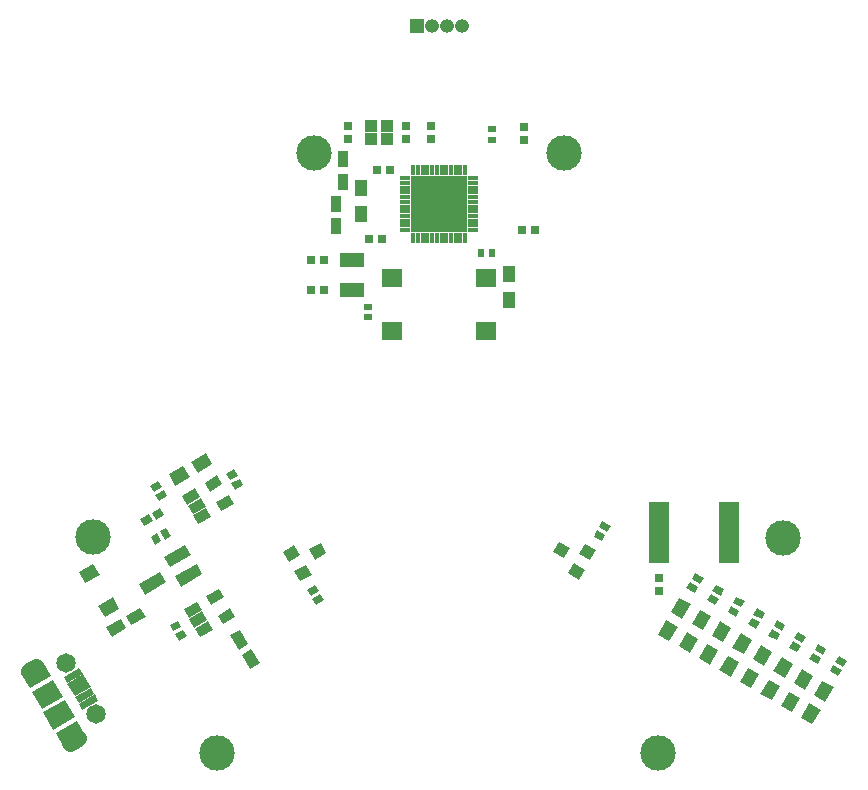
<source format=gts>
G04 #@! TF.FileFunction,Soldermask,Top*
%FSLAX46Y46*%
G04 Gerber Fmt 4.6, Leading zero omitted, Abs format (unit mm)*
G04 Created by KiCad (PCBNEW 4.0.7) date 2018 May 15, Tuesday 19:27:55*
%MOMM*%
%LPD*%
G01*
G04 APERTURE LIST*
%ADD10C,0.100000*%
%ADD11C,3.000000*%
%ADD12R,0.700000X0.800000*%
%ADD13R,0.800000X0.700000*%
%ADD14R,0.950000X1.400000*%
%ADD15R,0.800000X0.600000*%
%ADD16R,1.750000X1.500000*%
%ADD17R,0.880000X0.450000*%
%ADD18R,0.450000X0.880000*%
%ADD19R,4.860000X4.860000*%
%ADD20R,1.700000X0.650000*%
%ADD21R,2.000000X1.200000*%
%ADD22R,1.100000X1.000000*%
%ADD23R,1.100000X1.400000*%
%ADD24R,0.600000X0.800000*%
%ADD25R,1.200000X1.200000*%
%ADD26O,1.200000X1.200000*%
%ADD27C,1.650000*%
%ADD28C,1.400000*%
G04 APERTURE END LIST*
D10*
D11*
X125441680Y-46029880D03*
X146551680Y-46029880D03*
X154552500Y-96830898D03*
X165107500Y-78549102D03*
D12*
X143164560Y-44911100D03*
X143164560Y-43811100D03*
D13*
X130710000Y-47460000D03*
X131810000Y-47460000D03*
D14*
X127297180Y-50291960D03*
X127297180Y-52191960D03*
D13*
X131189820Y-53276500D03*
X130089820Y-53276500D03*
D12*
X135290000Y-44810000D03*
X135290000Y-43710000D03*
D14*
X127850000Y-46510000D03*
X127850000Y-48410000D03*
D13*
X126234280Y-55074820D03*
X125134280Y-55074820D03*
D12*
X133170000Y-43700000D03*
X133170000Y-44800000D03*
D13*
X126244440Y-57564020D03*
X125144440Y-57564020D03*
D12*
X128300000Y-44800000D03*
X128300000Y-43700000D03*
D10*
G36*
X108896758Y-84577696D02*
X107684322Y-85277696D01*
X107134322Y-84325068D01*
X108346758Y-83625068D01*
X108896758Y-84577696D01*
X108896758Y-84577696D01*
G37*
G36*
X107246758Y-81719812D02*
X106034322Y-82419812D01*
X105484322Y-81467184D01*
X106696758Y-80767184D01*
X107246758Y-81719812D01*
X107246758Y-81719812D01*
G37*
G36*
X155484054Y-87315006D02*
X154531426Y-86765006D01*
X155231426Y-85552570D01*
X156184054Y-86102570D01*
X155484054Y-87315006D01*
X155484054Y-87315006D01*
G37*
G36*
X156584054Y-85409750D02*
X155631426Y-84859750D01*
X156331426Y-83647314D01*
X157284054Y-84197314D01*
X156584054Y-85409750D01*
X156584054Y-85409750D01*
G37*
G36*
X157220054Y-88310814D02*
X156267426Y-87760814D01*
X156967426Y-86548378D01*
X157920054Y-87098378D01*
X157220054Y-88310814D01*
X157220054Y-88310814D01*
G37*
G36*
X158320054Y-86405558D02*
X157367426Y-85855558D01*
X158067426Y-84643122D01*
X159020054Y-85193122D01*
X158320054Y-86405558D01*
X158320054Y-86405558D01*
G37*
G36*
X158947254Y-89321734D02*
X157994626Y-88771734D01*
X158694626Y-87559298D01*
X159647254Y-88109298D01*
X158947254Y-89321734D01*
X158947254Y-89321734D01*
G37*
G36*
X160047254Y-87416478D02*
X159094626Y-86866478D01*
X159794626Y-85654042D01*
X160747254Y-86204042D01*
X160047254Y-87416478D01*
X160047254Y-87416478D01*
G37*
G36*
X160678354Y-90327446D02*
X159725726Y-89777446D01*
X160425726Y-88565010D01*
X161378354Y-89115010D01*
X160678354Y-90327446D01*
X160678354Y-90327446D01*
G37*
G36*
X161778354Y-88422190D02*
X160825726Y-87872190D01*
X161525726Y-86659754D01*
X162478354Y-87209754D01*
X161778354Y-88422190D01*
X161778354Y-88422190D01*
G37*
G36*
X162408094Y-91328206D02*
X161455466Y-90778206D01*
X162155466Y-89565770D01*
X163108094Y-90115770D01*
X162408094Y-91328206D01*
X162408094Y-91328206D01*
G37*
G36*
X163508094Y-89422950D02*
X162555466Y-88872950D01*
X163255466Y-87660514D01*
X164208094Y-88210514D01*
X163508094Y-89422950D01*
X163508094Y-89422950D01*
G37*
G36*
X164147994Y-92346746D02*
X163195366Y-91796746D01*
X163895366Y-90584310D01*
X164847994Y-91134310D01*
X164147994Y-92346746D01*
X164147994Y-92346746D01*
G37*
G36*
X165247994Y-90441490D02*
X164295366Y-89891490D01*
X164995366Y-88679054D01*
X165947994Y-89229054D01*
X165247994Y-90441490D01*
X165247994Y-90441490D01*
G37*
G36*
X165875194Y-93352846D02*
X164922566Y-92802846D01*
X165622566Y-91590410D01*
X166575194Y-92140410D01*
X165875194Y-93352846D01*
X165875194Y-93352846D01*
G37*
G36*
X166975194Y-91447590D02*
X166022566Y-90897590D01*
X166722566Y-89685154D01*
X167675194Y-90235154D01*
X166975194Y-91447590D01*
X166975194Y-91447590D01*
G37*
G36*
X167605754Y-94352846D02*
X166653126Y-93802846D01*
X167353126Y-92590410D01*
X168305754Y-93140410D01*
X167605754Y-94352846D01*
X167605754Y-94352846D01*
G37*
G36*
X168705754Y-92447590D02*
X167753126Y-91897590D01*
X168453126Y-90685154D01*
X169405754Y-91235154D01*
X168705754Y-92447590D01*
X168705754Y-92447590D01*
G37*
D15*
X140502640Y-43951740D03*
X140502640Y-44851740D03*
D10*
G36*
X115458365Y-80789711D02*
X115958365Y-81655737D01*
X114139711Y-82705737D01*
X113639711Y-81839711D01*
X115458365Y-80789711D01*
X115458365Y-80789711D01*
G37*
G36*
X114508365Y-79144263D02*
X115008365Y-80010289D01*
X113189711Y-81060289D01*
X112689711Y-80194263D01*
X114508365Y-79144263D01*
X114508365Y-79144263D01*
G37*
G36*
X112385289Y-81466987D02*
X112885289Y-82333013D01*
X111066635Y-83383013D01*
X110566635Y-82516987D01*
X112385289Y-81466987D01*
X112385289Y-81466987D01*
G37*
D16*
X139974140Y-56548460D03*
X139974140Y-61048460D03*
X132014140Y-61048460D03*
X132014140Y-56548460D03*
D17*
X133145000Y-52525000D03*
X133145000Y-52125000D03*
X133145000Y-51725000D03*
X133145000Y-51325000D03*
X133145000Y-50925000D03*
X133145000Y-50525000D03*
X133145000Y-50125000D03*
X133145000Y-49725000D03*
X133145000Y-49325000D03*
X133145000Y-48925000D03*
X133145000Y-48525000D03*
X133145000Y-48125000D03*
D18*
X133805000Y-47465000D03*
X134205000Y-47465000D03*
X134605000Y-47465000D03*
X135005000Y-47465000D03*
X135405000Y-47465000D03*
X135805000Y-47465000D03*
X136205000Y-47465000D03*
X136605000Y-47465000D03*
X137005000Y-47465000D03*
X137405000Y-47465000D03*
X137805000Y-47465000D03*
X138205000Y-47465000D03*
D17*
X138865000Y-48125000D03*
X138865000Y-48525000D03*
X138865000Y-48925000D03*
X138865000Y-49325000D03*
X138865000Y-49725000D03*
X138865000Y-50125000D03*
X138865000Y-50525000D03*
X138865000Y-50925000D03*
X138865000Y-51325000D03*
X138865000Y-51725000D03*
X138865000Y-52125000D03*
X138865000Y-52525000D03*
D18*
X138205000Y-53185000D03*
X137805000Y-53185000D03*
X137405000Y-53185000D03*
X137005000Y-53185000D03*
X136605000Y-53185000D03*
X136205000Y-53185000D03*
X135805000Y-53185000D03*
X135405000Y-53185000D03*
X135005000Y-53185000D03*
X134605000Y-53185000D03*
X134205000Y-53185000D03*
X133805000Y-53185000D03*
D19*
X136005000Y-50325000D03*
D10*
G36*
X114804956Y-85345397D02*
X114379956Y-84609275D01*
X115471148Y-83979275D01*
X115896148Y-84715397D01*
X114804956Y-85345397D01*
X114804956Y-85345397D01*
G37*
G36*
X115279956Y-86168121D02*
X114854956Y-85431999D01*
X115946148Y-84801999D01*
X116371148Y-85538121D01*
X115279956Y-86168121D01*
X115279956Y-86168121D01*
G37*
G36*
X115754956Y-86990845D02*
X115329956Y-86254723D01*
X116421148Y-85624723D01*
X116846148Y-86360845D01*
X115754956Y-86990845D01*
X115754956Y-86990845D01*
G37*
G36*
X117660212Y-85890845D02*
X117235212Y-85154723D01*
X118326404Y-84524723D01*
X118751404Y-85260845D01*
X117660212Y-85890845D01*
X117660212Y-85890845D01*
G37*
G36*
X116710212Y-84245397D02*
X116285212Y-83509275D01*
X117376404Y-82879275D01*
X117801404Y-83615397D01*
X116710212Y-84245397D01*
X116710212Y-84245397D01*
G37*
G36*
X114651648Y-75757613D02*
X114226648Y-75021491D01*
X115317840Y-74391491D01*
X115742840Y-75127613D01*
X114651648Y-75757613D01*
X114651648Y-75757613D01*
G37*
G36*
X115126648Y-76580337D02*
X114701648Y-75844215D01*
X115792840Y-75214215D01*
X116217840Y-75950337D01*
X115126648Y-76580337D01*
X115126648Y-76580337D01*
G37*
G36*
X115601648Y-77403061D02*
X115176648Y-76666939D01*
X116267840Y-76036939D01*
X116692840Y-76773061D01*
X115601648Y-77403061D01*
X115601648Y-77403061D01*
G37*
G36*
X117506904Y-76303061D02*
X117081904Y-75566939D01*
X118173096Y-74936939D01*
X118598096Y-75673061D01*
X117506904Y-76303061D01*
X117506904Y-76303061D01*
G37*
G36*
X116556904Y-74657613D02*
X116131904Y-73921491D01*
X117223096Y-73291491D01*
X117648096Y-74027613D01*
X116556904Y-74657613D01*
X116556904Y-74657613D01*
G37*
D20*
X160534140Y-80402860D03*
X160534140Y-79752860D03*
X160534140Y-79102860D03*
X160534140Y-78452860D03*
X160534140Y-77802860D03*
X160534140Y-77152860D03*
X160534140Y-76502860D03*
X160534140Y-75852860D03*
X154634140Y-75852860D03*
X154634140Y-76502860D03*
X154634140Y-77152860D03*
X154634140Y-77802860D03*
X154634140Y-78452860D03*
X154634140Y-79102860D03*
X154634140Y-79752860D03*
X154634140Y-80402860D03*
D21*
X128587500Y-55084980D03*
X128587500Y-57584980D03*
D22*
X131600000Y-43700000D03*
X130200000Y-43700000D03*
X130200000Y-44800000D03*
X131600000Y-44800000D03*
D23*
X129400000Y-48920000D03*
X129400000Y-51120000D03*
D10*
G36*
X157687570Y-81550749D02*
X158380390Y-81950749D01*
X158080390Y-82470365D01*
X157387570Y-82070365D01*
X157687570Y-81550749D01*
X157687570Y-81550749D01*
G37*
G36*
X157237570Y-82330171D02*
X157930390Y-82730171D01*
X157630390Y-83249787D01*
X156937570Y-82849787D01*
X157237570Y-82330171D01*
X157237570Y-82330171D01*
G37*
G36*
X159430010Y-82543889D02*
X160122830Y-82943889D01*
X159822830Y-83463505D01*
X159130010Y-83063505D01*
X159430010Y-82543889D01*
X159430010Y-82543889D01*
G37*
G36*
X158980010Y-83323311D02*
X159672830Y-83723311D01*
X159372830Y-84242927D01*
X158680010Y-83842927D01*
X158980010Y-83323311D01*
X158980010Y-83323311D01*
G37*
G36*
X161164830Y-83549729D02*
X161857650Y-83949729D01*
X161557650Y-84469345D01*
X160864830Y-84069345D01*
X161164830Y-83549729D01*
X161164830Y-83549729D01*
G37*
G36*
X160714830Y-84329151D02*
X161407650Y-84729151D01*
X161107650Y-85248767D01*
X160414830Y-84848767D01*
X160714830Y-84329151D01*
X160714830Y-84329151D01*
G37*
G36*
X162898470Y-84555441D02*
X163591290Y-84955441D01*
X163291290Y-85475057D01*
X162598470Y-85075057D01*
X162898470Y-84555441D01*
X162898470Y-84555441D01*
G37*
G36*
X162448470Y-85334863D02*
X163141290Y-85734863D01*
X162841290Y-86254479D01*
X162148470Y-85854479D01*
X162448470Y-85334863D01*
X162448470Y-85334863D01*
G37*
G36*
X164623130Y-85553661D02*
X165315950Y-85953661D01*
X165015950Y-86473277D01*
X164323130Y-86073277D01*
X164623130Y-85553661D01*
X164623130Y-85553661D01*
G37*
G36*
X164173130Y-86333083D02*
X164865950Y-86733083D01*
X164565950Y-87252699D01*
X163873130Y-86852699D01*
X164173130Y-86333083D01*
X164173130Y-86333083D01*
G37*
G36*
X166366930Y-86566993D02*
X167059750Y-86966993D01*
X166759750Y-87486609D01*
X166066930Y-87086609D01*
X166366930Y-86566993D01*
X166366930Y-86566993D01*
G37*
G36*
X165916930Y-87346415D02*
X166609750Y-87746415D01*
X166309750Y-88266031D01*
X165616930Y-87866031D01*
X165916930Y-87346415D01*
X165916930Y-87346415D01*
G37*
G36*
X168091590Y-87575373D02*
X168784410Y-87975373D01*
X168484410Y-88494989D01*
X167791590Y-88094989D01*
X168091590Y-87575373D01*
X168091590Y-87575373D01*
G37*
G36*
X167641590Y-88354795D02*
X168334410Y-88754795D01*
X168034410Y-89274411D01*
X167341590Y-88874411D01*
X167641590Y-88354795D01*
X167641590Y-88354795D01*
G37*
G36*
X169823870Y-88571053D02*
X170516690Y-88971053D01*
X170216690Y-89490669D01*
X169523870Y-89090669D01*
X169823870Y-88571053D01*
X169823870Y-88571053D01*
G37*
G36*
X169373870Y-89350475D02*
X170066690Y-89750475D01*
X169766690Y-90270091D01*
X169073870Y-89870091D01*
X169373870Y-89350475D01*
X169373870Y-89350475D01*
G37*
G36*
X110667982Y-84473398D02*
X111142982Y-85296122D01*
X109930546Y-85996122D01*
X109455546Y-85173398D01*
X110667982Y-84473398D01*
X110667982Y-84473398D01*
G37*
G36*
X109022534Y-85423398D02*
X109497534Y-86246122D01*
X108285098Y-86946122D01*
X107810098Y-86123398D01*
X109022534Y-85423398D01*
X109022534Y-85423398D01*
G37*
G36*
X118323638Y-86818558D02*
X119146362Y-86343558D01*
X119846362Y-87555994D01*
X119023638Y-88030994D01*
X118323638Y-86818558D01*
X118323638Y-86818558D01*
G37*
G36*
X119273638Y-88464006D02*
X120096362Y-87989006D01*
X120796362Y-89201442D01*
X119973638Y-89676442D01*
X119273638Y-88464006D01*
X119273638Y-88464006D01*
G37*
G36*
X112867379Y-77734110D02*
X113267379Y-78426930D01*
X112747763Y-78726930D01*
X112347763Y-78034110D01*
X112867379Y-77734110D01*
X112867379Y-77734110D01*
G37*
G36*
X112087957Y-78184110D02*
X112487957Y-78876930D01*
X111968341Y-79176930D01*
X111568341Y-78484110D01*
X112087957Y-78184110D01*
X112087957Y-78184110D01*
G37*
G36*
X114630250Y-86875559D02*
X113937430Y-87275559D01*
X113637430Y-86755943D01*
X114330250Y-86355943D01*
X114630250Y-86875559D01*
X114630250Y-86875559D01*
G37*
G36*
X114180250Y-86096137D02*
X113487430Y-86496137D01*
X113187430Y-85976521D01*
X113880250Y-85576521D01*
X114180250Y-86096137D01*
X114180250Y-86096137D01*
G37*
D24*
X139550000Y-54490000D03*
X140450000Y-54490000D03*
D15*
X130012440Y-59001240D03*
X130012440Y-59901240D03*
D10*
G36*
X111523730Y-74157901D02*
X112216550Y-73757901D01*
X112516550Y-74277517D01*
X111823730Y-74677517D01*
X111523730Y-74157901D01*
X111523730Y-74157901D01*
G37*
G36*
X111973730Y-74937323D02*
X112666550Y-74537323D01*
X112966550Y-75056939D01*
X112273730Y-75456939D01*
X111973730Y-74937323D01*
X111973730Y-74937323D01*
G37*
G36*
X117955010Y-73185081D02*
X118647830Y-72785081D01*
X118947830Y-73304697D01*
X118255010Y-73704697D01*
X117955010Y-73185081D01*
X117955010Y-73185081D01*
G37*
G36*
X118405010Y-73964503D02*
X119097830Y-73564503D01*
X119397830Y-74084119D01*
X118705010Y-74484119D01*
X118405010Y-73964503D01*
X118405010Y-73964503D01*
G37*
G36*
X149818590Y-77170481D02*
X150511410Y-77570481D01*
X150211410Y-78090097D01*
X149518590Y-77690097D01*
X149818590Y-77170481D01*
X149818590Y-77170481D01*
G37*
G36*
X149368590Y-77949903D02*
X150061410Y-78349903D01*
X149761410Y-78869519D01*
X149068590Y-78469519D01*
X149368590Y-77949903D01*
X149368590Y-77949903D01*
G37*
D13*
X144100000Y-52530000D03*
X143000000Y-52530000D03*
D23*
X141890000Y-58450620D03*
X141890000Y-56250620D03*
D10*
G36*
X113666394Y-74165094D02*
X113116394Y-73212466D01*
X114328830Y-72512466D01*
X114878830Y-73465094D01*
X113666394Y-74165094D01*
X113666394Y-74165094D01*
G37*
G36*
X115571650Y-73065094D02*
X115021650Y-72112466D01*
X116234086Y-71412466D01*
X116784086Y-72365094D01*
X115571650Y-73065094D01*
X115571650Y-73065094D01*
G37*
G36*
X112344224Y-76034031D02*
X112694224Y-76640249D01*
X112001404Y-77040249D01*
X111651404Y-76434031D01*
X112344224Y-76034031D01*
X112344224Y-76034031D01*
G37*
G36*
X111391596Y-76584031D02*
X111741596Y-77190249D01*
X111048776Y-77590249D01*
X110698776Y-76984031D01*
X111391596Y-76584031D01*
X111391596Y-76584031D01*
G37*
D12*
X154614880Y-81981040D03*
X154614880Y-83081040D03*
D25*
X134100000Y-35200000D03*
D26*
X135370000Y-35200000D03*
X136640000Y-35200000D03*
X137910000Y-35200000D03*
D10*
G36*
X148327339Y-81264711D02*
X147827339Y-82130737D01*
X146874711Y-81580737D01*
X147374711Y-80714711D01*
X148327339Y-81264711D01*
X148327339Y-81264711D01*
G37*
G36*
X149277339Y-79619263D02*
X148777339Y-80485289D01*
X147824711Y-79935289D01*
X148324711Y-79069263D01*
X149277339Y-79619263D01*
X149277339Y-79619263D01*
G37*
G36*
X147070289Y-79441987D02*
X146570289Y-80308013D01*
X145617661Y-79758013D01*
X146117661Y-78891987D01*
X147070289Y-79441987D01*
X147070289Y-79441987D01*
G37*
D11*
X106672500Y-78534102D03*
X117227500Y-96815898D03*
D10*
G36*
X102492024Y-93354483D02*
X104310678Y-92304483D01*
X105160678Y-93776727D01*
X103342024Y-94826727D01*
X102492024Y-93354483D01*
X102492024Y-93354483D01*
G37*
D27*
X104414620Y-89184516D03*
D10*
G36*
X104518450Y-90914355D02*
X105860790Y-90139355D01*
X106160790Y-90658971D01*
X104818450Y-91433971D01*
X104518450Y-90914355D01*
X104518450Y-90914355D01*
G37*
G36*
X104193450Y-90351439D02*
X105535790Y-89576439D01*
X105835790Y-90096055D01*
X104493450Y-90871055D01*
X104193450Y-90351439D01*
X104193450Y-90351439D01*
G37*
G36*
X105493450Y-92603105D02*
X106835790Y-91828105D01*
X107135790Y-92347721D01*
X105793450Y-93122721D01*
X105493450Y-92603105D01*
X105493450Y-92603105D01*
G37*
G36*
X105168450Y-92040189D02*
X106510790Y-91265189D01*
X106810790Y-91784805D01*
X105468450Y-92559805D01*
X105168450Y-92040189D01*
X105168450Y-92040189D01*
G37*
G36*
X104843450Y-91477272D02*
X106185790Y-90702272D01*
X106485790Y-91221888D01*
X105143450Y-91996888D01*
X104843450Y-91477272D01*
X104843450Y-91477272D01*
G37*
D27*
X106914620Y-93514644D03*
D10*
G36*
X101492024Y-91622433D02*
X103310678Y-90572433D01*
X104160678Y-92044677D01*
X102342024Y-93094677D01*
X101492024Y-91622433D01*
X101492024Y-91622433D01*
G37*
D28*
X101273242Y-89843491D02*
X101879460Y-89493491D01*
X105379460Y-95555669D02*
X104773242Y-95905669D01*
D10*
G36*
X103517024Y-95129836D02*
X105335678Y-94079836D01*
X106035678Y-95292272D01*
X104217024Y-96342272D01*
X103517024Y-95129836D01*
X103517024Y-95129836D01*
G37*
G36*
X100617024Y-90106888D02*
X102435678Y-89056888D01*
X103135678Y-90269324D01*
X101317024Y-91319324D01*
X100617024Y-90106888D01*
X100617024Y-90106888D01*
G37*
G36*
X126251410Y-83869519D02*
X125558590Y-84269519D01*
X125258590Y-83749903D01*
X125951410Y-83349903D01*
X126251410Y-83869519D01*
X126251410Y-83869519D01*
G37*
G36*
X125801410Y-83090097D02*
X125108590Y-83490097D01*
X124808590Y-82970481D01*
X125501410Y-82570481D01*
X125801410Y-83090097D01*
X125801410Y-83090097D01*
G37*
G36*
X123292661Y-80605289D02*
X122792661Y-79739263D01*
X123745289Y-79189263D01*
X124245289Y-80055289D01*
X123292661Y-80605289D01*
X123292661Y-80605289D01*
G37*
G36*
X124242661Y-82250737D02*
X123742661Y-81384711D01*
X124695289Y-80834711D01*
X125195289Y-81700737D01*
X124242661Y-82250737D01*
X124242661Y-82250737D01*
G37*
G36*
X125499711Y-80428013D02*
X124999711Y-79561987D01*
X125952339Y-79011987D01*
X126452339Y-79878013D01*
X125499711Y-80428013D01*
X125499711Y-80428013D01*
G37*
M02*

</source>
